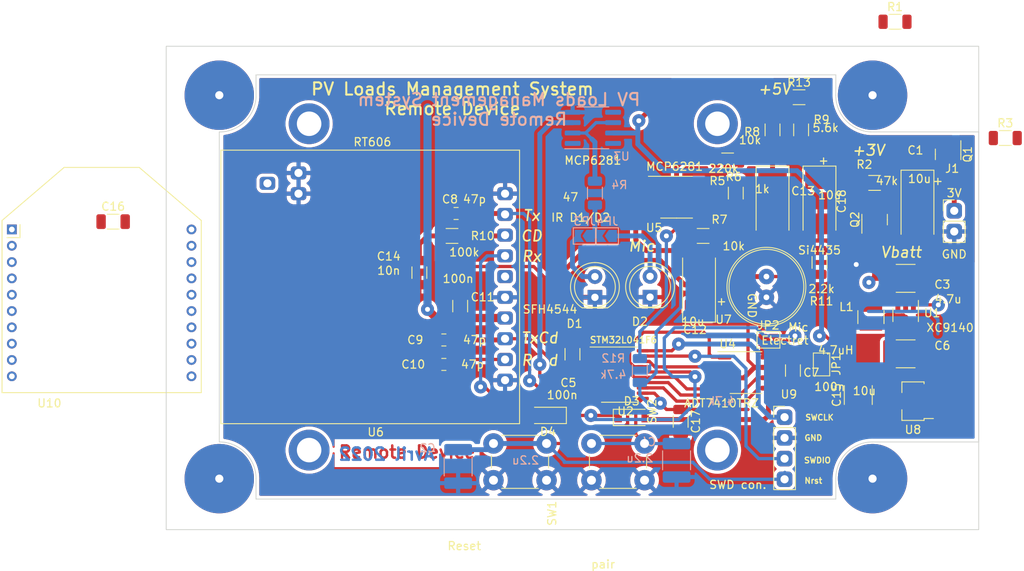
<source format=kicad_pcb>
(kicad_pcb (version 20211014) (generator pcbnew)
  (layers (0 "F.Cu" signal) (31 "B.Cu" signal) (34 "B.Paste" user) (35 "F.Paste" user) (36 "B.SilkS" user "B.Silkscreen") (37 "F.SilkS" user "F.Silkscreen") (38 "B.Mask" user) (39 "F.Mask" user) (44 "Edge.Cuts" user))
  (net 0 "")
  (net 1 "+3V0")
  (net 2 "GND")
  (net 3 "/Reset")
  (net 4 "/Vbatt")
  (net 5 "+5V")
  (net 6 "/UserBP")
  (net 7 "/DataIn")
  (net 8 "/TxCmde")
  (net 9 "/RxCmde")
  (net 10 "/MiC")
  (net 11 "/MIC_InAOP")
  (net 12 "/CarrierDetect")
  (net 13 "/VtGND")
  (net 14 "/LED_Top")
  (net 15 "/LED_Side")
  (net 16 "/SWCLK")
  (net 17 "/SWDIO")
  (net 18 "/LED")
  (net 19 "/Lx")
  (net 20 "/BoostEn")
  (net 21 "/Out_LED")
  (net 22 "/CR_AOP")
  (net 23 "/MicroPhone")
  (net 24 "/CD")
  (net 25 "/CT")
  (net 26 "/INT")
  (net 27 "/CmdeLED_IR")
  (net 28 "/DataOut")
  (net 29 "/SCL")
  (net 30 "/SDA")
  (net 39 "/pile")
  (net 40 "VDD")
  (net 41 "/Pwr_ADT7410")
  (net 42 "+3V3")
  (net 43 "Net-(C18-Pad1)")
  (net 44 "Net-(R12-Pad1)")
  (footprint "LibKiCad_PjtDeviceManagePV:SW" (layer "F.Cu") (at 64.75 110.5 180)
    (fp_text reference "SW1")
    (fp_text value "BP")
  )
  (footprint "Package_TO_SOT_SMD:SOT-23" (layer "F.Cu") (at 108.25 80.75 90)
    (fp_text reference "Q2")
    (fp_text value "Q_PMOS_GSD")
  )
  (footprint "Capacitor_Tantalum_SMD:CP_EIA-7132-20_AVX-U" (layer "F.Cu") (at 113.5 79 -90)
    (fp_text reference "C1")
    (fp_text value "10u")
  )
  (footprint "Jumper:SolderJumper-2_P1.3mm_Open_TrianglePad1.0x1.5mm" (layer "F.Cu") (at 95.25 95.5)
    (fp_text reference "JP2")
    (fp_text value "SolderJumper_2_Open")
  )
  (footprint "Jumper:SolderJumper-2_P1.3mm_Open_TrianglePad1.0x1.5mm" (layer "F.Cu") (at 101.75 98.5 -90)
    (fp_text reference "JP1")
    (fp_text value "SolderJumper_2_Open")
  )
  (footprint "LibKiCad_PjtDeviceManagePV:PinHeader2pts" (layer "F.Cu") (at 118 82.27)
    (fp_text reference "J1")
    (fp_text value "Alim")
  )
  (footprint "Capacitor_SMD:C_1206_3216Metric" (layer "F.Cu") (at 57.5 91.35 90)
    (fp_text reference "C11")
    (fp_text value "100n")
  )
  (footprint "Package_TO_SOT_SMD:SOT-23" (layer "F.Cu") (at 117.25 72.75 -90)
    (fp_text reference "Q1")
    (fp_text value "Q_PMOS_GSD")
  )
  (footprint "Resistor_SMD:R_1206_3216Metric" (layer "F.Cu") (at 99 65.75)
    (fp_text reference "R13")
    (fp_text value "2.2k")
  )
  (footprint "LibKiCad_INSA:XBEE-3-TH" (layer "F.Cu") (at 1.395 101.955)
    (fp_text reference "U10")
    (fp_text value "XBEE-3")
  )
  (footprint "Diode_SMD:D_SOD-123" (layer "F.Cu") (at 78.5 105)
    (fp_text reference "D3")
    (fp_text value "BAT43W-V")
  )
  (footprint "LED_THT:LED_D5.0mm_IRGrey" (layer "F.Cu") (at 80.75 90.25 90)
    (fp_text reference "D2")
    (fp_text value "SFH4544")
  )
  (footprint "Package_SO:SOIC-8_3.9x4.9mm_P1.27mm" (layer "F.Cu") (at 84 78)
    (fp_text reference "U5")
    (fp_text value "MCP6281")
  )
  (footprint "Resistor_SMD:R_1206_3216Metric" (layer "F.Cu") (at 124.25 70.75)
    (fp_text reference "R3")
    (fp_text value "10k")
  )
  (footprint "Capacitor_SMD:C_1206_3216Metric" (layer "F.Cu") (at 71.25 97.25 90)
    (fp_text reference "C5")
    (fp_text value "100n")
  )
  (footprint "Capacitor_SMD:C_1206_3216Metric" (layer "F.Cu") (at 52.5 87.25 -90)
    (fp_text reference "C14")
    (fp_text value "10n")
  )
  (footprint "Inductor_SMD:L_Abracon_ASPI-3012S" (layer "F.Cu") (at 107.8 92.7 90)
    (fp_text reference "L1")
    (fp_text value "4.7u")
  )
  (footprint "Capacitor_SMD:C_1206_3216Metric" (layer "F.Cu") (at 84.5 105.5 -90)
    (fp_text reference "C17")
    (fp_text value "10n")
  )
  (footprint "Capacitor_SMD:C_0805_2012Metric" (layer "F.Cu") (at 55.5 95.5 180)
    (fp_text reference "C9")
    (fp_text value "47p")
  )
  (footprint "Capacitor_SMD:C_1206_3216Metric" (layer "F.Cu") (at 98.25 99.25 -90)
    (fp_text reference "C7")
    (fp_text value "100n")
  )
  (footprint "Capacitor_Tantalum_SMD:CP_EIA-7132-20_AVX-U" (layer "F.Cu") (at 101.5 78.5 -90)
    (fp_text reference "C18")
    (fp_text value "10u")
  )
  (footprint "Package_SO:TSSOP-20_4.4x6.5mm_P0.65mm" (layer "F.Cu") (at 77 99.75)
    (fp_text reference "U2")
    (fp_text value "STM32L041F6Px")
  )
  (footprint "Resistor_SMD:R_1206_3216Metric" (layer "F.Cu") (at 110.75 56.5)
    (fp_text reference "R1")
    (fp_text value "10k")
  )
  (footprint "Capacitor_SMD:C_1812_4532Metric" (layer "F.Cu") (at 112.05 97.2)
    (fp_text reference "C6")
    (fp_text value "10u")
  )
  (footprint "Resistor_SMD:R_1206_3216Metric" (layer "F.Cu") (at 87.25 82.75)
    (fp_text reference "R7")
    (fp_text value "10k")
  )
  (footprint "Resistor_SMD:R_1206_3216Metric" (layer "F.Cu") (at 90.25 73.5 180)
    (fp_text reference "R6")
    (fp_text value "1k")
  )
  (footprint "Resistor_SMD:R_1206_3216Metric" (layer "F.Cu") (at 108.25 76.25 180)
    (fp_text reference "R2")
    (fp_text value "47k")
  )
  (footprint "Capacitor_SMD:C_0805_2012Metric" (layer "F.Cu") (at 57 80 180)
    (fp_text reference "C8")
    (fp_text value "47p")
  )
  (footprint "Resistor_SMD:R_1206_3216Metric" (layer "F.Cu") (at 91.25 77.5 -90)
    (fp_text reference "R5")
    (fp_text value "220k")
  )
  (footprint "Package_SO:SOP-8_3.9x4.9mm_P1.27mm" (layer "F.Cu") (at 92.5 99.5)
    (fp_text reference "U4")
    (fp_text value "ADT7410TRZ")
  )
  (footprint "Capacitor_Tantalum_SMD:CP_EIA-7132-20_AVX-U" (layer "F.Cu") (at 86.75 89 90)
    (fp_text reference "C12")
    (fp_text value "10u")
  )
  (footprint "Diode_SMD:D_SOD-123" (layer "F.Cu") (at 68.25 104.75 180)
    (fp_text reference "D4")
    (fp_text value "BAT43W-V")
  )
  (footprint "Capacitor_SMD:C_1206_3216Metric" (layer "F.Cu") (at 15 81)
    (fp_text reference "C16")
    (fp_text value "100n")
  )
  (footprint "Resistor_SMD:R_1206_3216Metric" (layer "F.Cu") (at 99.25 69.75 90)
    (fp_text reference "R9")
    (fp_text value "5.6k")
  )
  (footprint "Capacitor_SMD:C_1812_4532Metric" (layer "F.Cu") (at 106.25 102.25 90)
    (fp_text reference "C15")
    (fp_text value "10u")
  )
  (footprint "Capacitor_Tantalum_SMD:CP_EIA-7132-20_AVX-U" (layer "F.Cu") (at 95.75 78.5 -90)
    (fp_text reference "C13")
    (fp_text value "10u")
  )
  (footprint "LED_THT:LED_D5.0mm_IRGrey" (layer "F.Cu") (at 74 90.275 90)
    (fp_text reference "D1")
    (fp_text value "SFH4544")
  )
  (footprint "LibKiCad_PjtDeviceManagePV:RT606" (layer "F.Cu") (at 47.5 89)
    (fp_text reference "U6")
    (fp_text value "RT606")
  )
  (footprint "LibKiCad_PjtDeviceManagePV:SW" (layer "F.Cu") (at 76.75 110.5 180)
    (fp_text reference "SW2")
    (fp_text value "BP")
  )
  (footprint "Capacitor_SMD:C_1812_4532Metric" (layer "F.Cu") (at 112.05 87.95)
    (fp_text reference "C3")
    (fp_text value "4.7u")
  )
  (footprint "Package_TO_SOT_SMD:SOT-23-5" (layer "F.Cu") (at 112.05 92.45 -90)
    (fp_text reference "U1")
    (fp_text value "XC9140")
  )
  (footprint "Capacitor_SMD:C_0805_2012Metric" (layer "F.Cu") (at 55.5 98.5 180)
    (fp_text reference "C10")
    (fp_text value "47p")
  )
  (footprint "Resistor_SMD:R_1206_3216Metric" (layer "F.Cu") (at 56.5 82.75)
    (fp_text reference "R10")
    (fp_text value "100k")
  )
  (footprint "Package_TO_SOT_SMD:SOT-89-3_Handsoldering" (layer "F.Cu") (at 113.25 103 180)
    (fp_text reference "U8")
    (fp_text value "LD2981CU33")
  )
  (footprint "Resistor_SMD:R_1206_3216Metric" (layer "F.Cu") (at 95.75 69.75 -90)
    (fp_text reference "R8")
    (fp_text value "10k")
  )
  (footprint "Resistor_SMD:R_1206_3216Metric" (layer "F.Cu") (at 101.5 86 -90)
    (fp_text reference "R11")
    (fp_text value "2.2k")
  )
  (footprint "LibKiCad_PjtDeviceManagePV:Microphone" (layer "F.Cu") (at 95 89 -90)
    (fp_text reference "U7")
    (fp_text value "Microphone")
  )
  (footprint "LibKiCad_PjtDeviceManagePV:PinHeader4pts" (layer "F.Cu") (at 97.5 107.75)
    (fp_text reference "U9")
    (fp_text value "Con_4pts")
  )
  (footprint "Jumper:SolderJumper-2_P1.3mm_Open_TrianglePad1.0x1.5mm" (layer "B.Cu") (at 72.75 82.75 180)
    (fp_text reference "JP3")
    (fp_text value "SolderJumper_2_Open")
  )
  (footprint "Resistor_SMD:R_1206_3216Metric" (layer "B.Cu") (at 79.5 99.25 -90)
    (fp_text reference "R12")
    (fp_text value "4.7k")
  )
  (footprint "Capacitor_SMD:C_1812_4532Metric" (layer "B.Cu") (at 84 110.25 -90)
    (fp_text reference "C4")
    (fp_text value "2.2u")
  )
  (footprint "Package_SO:SOIC-8_3.9x4.9mm_P1.27mm" (layer "B.Cu") (at 73.75 69.5)
    (fp_text reference "U3")
    (fp_text value "MCP6281")
  )
  (footprint "Jumper:SolderJumper-2_P1.3mm_Open_TrianglePad1.0x1.5mm" (layer "B.Cu") (at 75.475 82.75 180)
    (fp_text reference "JP4")
    (fp_text value "SolderJumper_2_Open")
  )
  (footprint "Resistor_SMD:R_1206_3216Metric" (layer "B.Cu") (at 74 77.5 90)
    (fp_text reference "R4")
    (fp_text value "47")
  )
  (footprint "Capacitor_SMD:C_1812_4532Metric" (layer "B.Cu") (at 57.25 111 -90)
    (fp_text reference "C2")
    (fp_text value "2.2u")
  )
  (gr_line (start 103.5 63) (end 103.493061 65.5) (layer "Edge.Cuts") (width 0.1))
  (gr_line (start 32.5 115) (end 32.5 112.5) (layer "Edge.Cuts") (width 0.1))
  (gr_line (start 121 70) (end 121 108) (layer "Edge.Cuts") (width 0.1))
  (gr_line (start 28 70.006939) (end 28 108) (layer "Edge.Cuts") (width 0.1))
  (gr_poly (pts (xy 121 118.75) (xy 21.5 118.75) (xy 21.5 59.5) (xy 121 59.5)) (layer "Edge.Cuts") (width 0.1) (fill none))
  (gr_arc (start 28 108) (mid 31.181981 109.318019) (end 32.5 112.5) (layer "Edge.Cuts") (width 0.1))
  (gr_arc (start 32.5 65.75) (mid 31.097021 68.773853) (end 28 70.006939) (layer "Edge.Cuts") (width 0.1))
  (gr_line (start 121 108) (end 108 108) (layer "Edge.Cuts") (width 0.1))
  (gr_line (start 103.5 112.5) (end 103.5 115) (layer "Edge.Cuts") (width 0.1))
  (gr_line (start 107.75 70) (end 121 70) (layer "Edge.Cuts") (width 0.1))
  (gr_arc (start 107.75 70) (mid 104.725917 68.597238) (end 103.493061 65.5) (layer "Edge.Cuts") (width 0.1))
  (gr_line (start 32.5 63) (end 103.5 63) (layer "Edge.Cuts") (width 0.1))
  (gr_line (start 32.5 65.75) (end 32.5 63) (layer "Edge.Cuts") (width 0.1))
  (gr_arc (start 103.5 112.5) (mid 104.818019 109.318019) (end 108 108) (layer "Edge.Cuts") (width 0.1))
  (gr_line (start 103.5 115) (end 32.5 115) (layer "Edge.Cuts") (width 0.1))
  (gr_text "Remote Device" (at 51 109.25) (layer "F.Cu") (effects (font (size 1.5 1.5) (thickness 0.3))))
  (gr_text "Avril 2022" (at 48.5 109.5) (layer "B.Cu") (effects (font (size 1.5 1.5) (thickness 0.3)) (justify mirror)))
  (gr_text "2.2u" (at 65.5 110.25) (layer "B.SilkS") (effects (font (size 1 1)) (justify mirror)))
  (gr_text "2.2u" (at 79.5 110) (layer "B.SilkS") (effects (font (size 1 1)) (justify mirror)))
  (gr_text "4.7k" (at 76.25 99.75) (layer "B.SilkS") (effects (font (size 1 1)) (justify mirror)))
  (gr_text "4.7k" (at 89.5 103) (layer "B.SilkS") (effects (font (size 1 1)) (justify mirror)))
  (gr_text "PV Loads Management System\nRemote Device" (at 62.25 67.25) (layer "B.SilkS") (effects (font (size 1.5 1.5) (thickness 0.25)) (justify mirror)))
  (gr_text "GND\n" (at 118 85) (layer "F.SilkS") (effects (font (size 1 1))))
  (gr_text "ADT7410TRZ" (at 89.5 103.25) (layer "F.SilkS") (effects (font (size 1 1))))
  (gr_text "47k" (at 109.75 76) (layer "F.SilkS") (effects (font (size 1 1))))
  (gr_text "10k" (at 93 71) (layer "F.SilkS") (effects (font (size 1 1))))
  (gr_text "Tx" (at 66.25 80.25) (layer "F.SilkS") (effects (font (size 1.3 1.3) (thickness 0.2) italic)))
  (gr_text "47p" (at 59.25 95.5) (layer "F.SilkS") (effects (font (size 1 1))))
  (gr_text "1k" (at 94.5 77) (layer "F.SilkS") (effects (font (size 1 1))))
  (gr_text "PV Loads Management System\nRemote Device" (at 56.55 65.95) (layer "F.SilkS") (effects (font (size 1.5 1.5) (thickness 0.25))))
  (gr_text "100n\n" (at 102.75 101.25) (layer "F.SilkS") (effects (font (size 1 1))))
  (gr_text "Reset" (at 58 120.75) (layer "F.SilkS") (effects (font (size 1 1))))
  (gr_text "+5V" (at 96 64.75) (layer "F.SilkS") (effects (font (size 1.3 1.3) (thickness 0.2) italic)))
  (gr_text "5.6k" (at 102.25 69.5) (layer "F.SilkS") (effects (font (size 1 1))))
  (gr_text "Si4435" (at 101.5 84.5) (layer "F.SilkS") (effects (font (size 1 1))))
  (gr_text "MCP6281" (at 83.75 74.25) (layer "F.SilkS") (effects (font (size 1 1))))
  (gr_text "4.7u" (at 117.25 90.5) (layer "F.SilkS") (effects (font (size 1 1))))
  (gr_text "+" (at 102 73.5) (layer "F.SilkS") (effects (font (size 1 1))))
  (gr_text "R  d" (at 67.25 98) (layer "F.SilkS") (effects (font (size 1.3 1.3) (thickness 0.2) italic)))
  (gr_text "+" (at 89.5 90.75) (layer "F.SilkS") (effects (font (size 1 1))))
  (gr_text "10u" (at 86 93.25) (layer "F.SilkS") (effects (font (size 1 1))))
  (gr_text "SWCLK" (at 101.5 105) (layer "F.SilkS") (effects (font (size 0.7 0.7))))
  (gr_text "SFH4544" (at 68.5 91.75) (layer "F.SilkS") (effects (font (size 1 1))))
  (gr_text "100k\n" (at 58 84.75) (layer "F.SilkS") (effects (font (size 1 1))))
  (gr_text "10u" (at 107 101.75) (layer "F.SilkS") (effects (font (size 1 1))))
  (gr_text "Vbatt" (at 111.5 84.75) (layer "F.SilkS") (effects (font (size 1.3 1.3) (thickness 0.2) italic)))
  (gr_text "SWDIO" (at 101.25 110.25) (layer "F.SilkS") (effects (font (size 0.7 0.7))))
  (gr_text "3V" (at 118 77.5) (layer "F.SilkS") (effects (font (size 1 1))))
  (gr_text "RT606" (at 46.75 71.25) (layer "F.SilkS") (effects (font (size 1 1))))
  (gr_text "10n" (at 48.75 87) (layer "F.SilkS") (effects (font (size 1 1))))
  (gr_text "10k" (at 91 84) (layer "F.SilkS") (effects (font (size 1 1))))
  (gr_text "220k" (at 89.75 74.5) (layer "F.SilkS") (effects (font (size 1 1))))
  (gr_text "2.2k\n" (at 101.75 89.25) (layer "F.SilkS") (effects (font (size 1 1))))
  (gr_text "Mic\nElectret" (at 100.25 94.75) (layer "F.SilkS") (effects (font (size 1 1)) (justify right)))
  (gr_text "XC9140" (at 117.5 94) (layer "F.SilkS") (effects (font (size 1 1))))
  (gr_text "CD" (at 66.25 82.75) (layer "F.SilkS") (effects (font (size 1.3 1.3) (thickness 0.2) italic)))
  (gr_text "SWD con." (at 91.5 113.25) (layer "F.SilkS") (effects (font (size 1 1))))
  (gr_text "100n" (at 57.25 88) (layer "F.SilkS") (effects (font (size 1 1))))
  (gr_text "Mic" (at 79.75 84) (layer "F.SilkS") (effects (font (size 1.3 1.3) (thickness 0.2) italic)))
  (gr_text "TxCd" (at 67.25 95.25) (layer "F.SilkS") (effects (font (size 1.3 1.3) (thickness 0.2) italic)))
  (gr_text "Nrst" (at 100.75 112.75) (layer "F.SilkS") (effects (font (size 0.7 0.7))))
  (gr_text "IR D1/D2" (at 72.25 80.5) (layer "F.SilkS") (effects (font (size 1 1))))
  (gr_text "+" (at 116 76) (layer "F.SilkS") (effects (font (size 1 1)) (justify mirror)))
  (gr_text "47" (at 71 78) (layer "F.SilkS") (effects (font (size 1 1))))
  (gr_text "Rx" (at 66.25 85.25) (layer "F.SilkS") (effects (font (size 1.3 1.3) (thickness 0.2) italic)))
  (gr_text "100n" (at 70 102.25) (layer "F.SilkS") (effects (font (size 1 1))))
  (gr_text "10u" (at 113.75 75.75) (layer "F.SilkS") (effects (font (size 1 1))))
  (gr_text "GND\n" (at 100.75 107.5) (layer "F.SilkS") (effects (font (size 0.7 0.7))))
  (gr_text "10u" (at 102.75 77.75) (layer "F.SilkS") (effects (font (size 1 1))))
  (gr_text "STM32L041F6" (at 77.5 95.5) (layer "F.SilkS") (effects (font (size 0.8 0.8))))
  (gr_text "47p" (at 59 98.5) (layer "F.SilkS") (effects (font (size 1 1))))
  (gr_text "MCP6281" (at 73.75 73.5) (layer "F.SilkS") (effects (font (size 1 1))))
  (gr_text "+3V" (at 107.5 72.25) (layer "F.SilkS") (effects (font (size 1.3 1.3) (thickness 0.2) italic)))
  (gr_text "pair" (at 75 123) (layer "F.SilkS") (effects (font (size 1 1))))
  (gr_text "4.7uH" (at 103.5 96.75) (layer "F.SilkS") (effects (font (size 1 1))))
  (gr_text "47p" (at 59.25 78.25) (layer "F.SilkS") (effects (font (size 1 1))))
  (via locked (at 39 109) (size 5) (drill 3) (layers "F.Cu" "B.Cu") (net 0))
  (via (at 108 112.5) (size 8.5) (drill 1) (layers "F.Cu" "B.Cu") (net 0))
  (via locked (at 89 109) (size 5) (drill 3) (layers "F.Cu" "B.Cu") (net 0))
  (via (at 28 112.5) (size 8.5) (drill 1) (layers "F.Cu" "B.Cu") (net 0))
  (via locked (at 89 69) (size 5) (drill 3) (layers "F.Cu" "B.Cu") (net 0))
  (via (at 28 65.5) (size 8.5) (drill 1) (layers "F.Cu" "B.Cu") (net 0))
  (via locked (at 39 69) (size 5) (drill 3) (layers "F.Cu" "B.Cu") (net 0))
  (via (at 108 65.5) (size 8.5) (drill 1) (layers "F.Cu" "B.Cu") (net 0))
  (segment (start 118 79.6665) (end 118 76.5) (width 0.6) (layer "F.Cu") (net 1))
  (segment (start 118 76.5) (end 117.25 75.75) (width 0.6) (layer "F.Cu") (net 1))
  (segment (start 117.25 75.75) (end 117.25 73.6875) (width 0.6) (layer "F.Cu") (net 1))
  (segment (start 89.875 100.135) (end 89.875 101.405) (width 0.4) (layer "F.Cu") (net 2))
  (segment (start 78.825 100.075) (end 79.8625 100.075) (width 0.4) (layer "F.Cu") (net 2))
  (segment (start 106.25 96.5) (end 104.75 95) (width 0.6) (layer "F.Cu") (net 2))
  (segment (start 92.25 100.15) (end 89.99 100.15) (width 0.6) (layer "F.Cu") (net 2))
  (segment (start 95.125 98.865) (end 93.635 98.865) (width 0.6) (layer "F.Cu") (net 2))
  (segment (start 71.975 90.275) (end 74 90.275) (width 0.6) (layer "F.Cu") (net 2))
  (segment (start 75.575 96.825) (end 78.825 100.075) (width 0.4) (layer "F.Cu") (net 2))
  (segment (start 104.75 95) (end 104.75 87.5) (width 0.6) (layer "F.Cu") (net 2))
  (segment (start 85.25 101.5) (end 89.78 101.5) (width 0.4) (layer "F.Cu") (net 2))
  (segment (start 83.825 100.075) (end 85.25 101.5) (width 0.4) (layer "F.Cu") (net 2))
  (segment (start 118.25 102.5) (end 118.25 98) (width 0.6) (layer "F.Cu") (net 2))
  (segment (start 74.1375 96.1375) (end 73.75 95.75) (width 0.4) (layer "F.Cu") (net 2))
  (segment (start 93.535 98.865) (end 93.635 98.865) (width 0.6) (layer "F.Cu") (net 2))
  (segment (start 118.25 98) (end 117.45 97.2) (width 0.6) (layer "F.Cu") (net 2))
  (segment (start 74.1375 96.825) (end 74.1375 96.1375) (width 0.4) (layer "F.Cu") (net 2))
  (segment (start 74.1375 96.825) (end 75.575 96.825) (width 0.4) (layer "F.Cu") (net 2))
  (segment (start 115.3125 103) (end 117.75 103) (width 0.6) (layer "F.Cu") (net 2))
  (segment (start 71.275 95.75) (end 71.25 95.775) (width 0.4) (layer "F.Cu") (net 2))
  (segment (start 95 90.27) (end 92.75 92.52) (width 0.4) (layer "F.Cu") (net 2))
  (segment (start 71.25 91) (end 71.975 90.275) (width 0.6) (layer "F.Cu") (net 2))
  (segment (start 95.75 81.275) (end 101.5 81.275) (width 0.6) (layer "F.Cu") (net 2))
  (segment (start 89.78 101.5) (end 89.875 101.405) (width 0.4) (layer "F.Cu") (net 2))
  (segment (start 117.45 97.2) (end 114.1 97.2) (width 0.6) (layer "F.Cu") (net 2))
  (segment (start 117.75 103) (end 118.25 102.5) (width 0.6) (layer "F.Cu") (net 2))
  (segment (start 112.05 88.7) (end 112.05 91.3125) (width 0.6) (layer "F.Cu") (net 2))
  (segment (start 104.75 87.5) (end 106 86.25) (width 0.6) (layer "F.Cu") (net 2))
  (segment (start 79.8625 100.075) (end 83.825 100.075) (width 0.4) (layer "F.Cu") (net 2))
  (segment (start 92.75 92.52) (end 92.75 97.98) (width 0.4) (layer "F.Cu") (net 2))
  (segment (start 71.25 95.775) (end 71.25 91) (width 0.6) (layer "F.Cu") (net 2))
  (segment (start 114.1 87.95) (end 112.8 87.95) (width 0.6) (layer "F.Cu") (net 2))
  (segment (start 92.75 97.98) (end 93.635 98.865) (width 0.4) (layer "F.Cu") (net 2))
  (segment (start 73.75 95.75) (end 71.275 95.75) (width 0.4) (layer "F.Cu") (net 2))
  (segment (start 106.25 100.2) (end 106.25 96.5) (width 0.6) (layer "F.Cu") (net 2))
  (segment (start 92.25 100.15) (end 93.535 98.865) (width 0.6) (layer "F.Cu") (net 2))
  (segment (start 112.8 87.95) (end 112.05 88.7) (width 0.6) (layer "F.Cu") (net 2))
  (via (at 106 86.25) (size 1.6) (drill 0.6) (layers "F.Cu" "B.Cu") (net 2))
  (segment (start 63 100.436) (end 62.994 100.43) (width 0.6) (layer "B.Cu") (net 2))
  (segment (start 62.994 100.43) (end 62.994 100.994) (width 0.6) (layer "B.Cu") (net 2))
  (segment (start 63.32 100.43) (end 62.994 100.43) (width 0.6) (layer "B.Cu") (net 2))
  (segment (start 76.025 98.775) (end 78 100.75) (width 0.4) (layer "F.Cu") (net 3))
  (segment (start 70.06 108.19) (end 68.076 108.19) (width 0.4) (layer "F.Cu") (net 3))
  (segment (start 78 100.75) (end 78 105.75) (width 0.4) (layer "F.Cu") (net 3))
  (segment (start 78 105.75) (end 77.5 106.25) (width 0.4) (layer "F.Cu") (net 3))
  (segment (start 74.1375 98.775) (end 76.025 98.775) (width 0.4) (layer "F.Cu") (net 3))
  (segment (start 77.5 106.25) (end 72 106.25) (width 0.4) (layer "F.Cu") (net 3))
  (segment (start 72 106.25) (end 70.06 108.19) (width 0.4) (layer "F.Cu") (net 3))
  (segment (start 86 110.5) (end 70.25 110.5) (width 0.4) (layer "B.Cu") (net 3))
  (segment (start 60.816 108.95) (end 61.576 108.19) (width 0.6) (layer "B.Cu") (net 3))
  (segment (start 70.25 110.5) (end 70.25 110.364) (width 0.4) (layer "B.Cu") (net 3))
  (segment (start 88.076 112.576) (end 86 110.5) (width 0.4) (layer "B.Cu") (net 3))
  (segment (start 67.75 108.516) (end 68.076 108.19) (width 0.6) (layer "B.Cu") (net 3))
  (segment (start 97.2265 111.75) (end 97.25 111.7265) (width 0.4) (layer "B.Cu") (net 3))
  (segment (start 61.576 108.19) (end 68.076 108.19) (width 0.6) (layer "B.Cu") (net 3))
  (segment (start 97.224 112.576) (end 88.076 112.576) (width 0.4) (layer "B.Cu") (net 3))
  (segment (start 70.25 110.364) (end 68.076 108.19) (width 0.4) (layer "B.Cu") (net 3))
  (segment (start 57.25 108.95) (end 60.816 108.95) (width 0.6) (layer "B.Cu") (net 3))
  (segment (start 108.25 87.75) (end 107.55 88.45) (width 0.6) (layer "F.Cu") (net 4))
  (segment (start 111.05 91.3625) (end 111.1 91.3125) (width 0.4) (layer "F.Cu") (net 4))
  (segment (start 113 91.3125) (end 113.1125 91.2) (width 0.4) (layer "F.Cu") (net 4))
  (segment (start 113.05 91.3625) (end 113 91.3125) (width 0.4) (layer "F.Cu") (net 4))
  (segment (start 110 87.95) (end 108.05 87.95) (width 0.6) (layer "F.Cu") (net 4))
  (segment (start 108.05 87.95) (end 107.55 88.45) (width 0.6) (layer "F.Cu") (net 4))
  (segment (start 108.25 79.8125) (end 108.25 87.75) (width 0.6) (layer "F.Cu") (net 4))
  (segment (start 107.8 91.55) (end 108.6625 91.55) (width 0.6) (layer "F.Cu") (net 4))
  (segment (start 113.1125 91.2) (end 116.05 91.2) (width 0.4) (layer "F.Cu") (net 4))
  (via (at 107.55 88.45) (size 1.6) (drill 0.6) (layers "F.Cu" "B.Cu") (net 4))
  (via (at 116.05 91.2) (size 1.6) (drill 0.6) (layers "F.Cu" "B.Cu") (net 4))
  (segment (start 115 92) (end 107.5 92) (width 0.4) (layer "B.Cu") (net 4))
  (segment (start 116 93) (end 115 92) (width 0.4) (layer "B.Cu") (net 4))
  (segment (start 116 94.75) (end 116 93) (width 0.4) (layer "B.Cu") (net 4))
  (segment (start 57.665 92.81) (end 57.5 92.975) (width 0.6) (layer "F.Cu") (net 5))
  (segment (start 115.4 101.5) (end 115.4 100.9) (width 0.6) (layer "F.Cu") (net 5))
  (segment (start 110 99.5) (end 110 97.2) (width 0.6) (layer "F.Cu") (net 5))
  (segment (start 110.75 100.25) (end 110 99.5) (width 0.6) (layer "F.Cu") (net 5))
  (segment (start 57.5 92.825) (end 54.575 92.825) (width 1) (layer "F.Cu") (net 5))
  (segment (start 110 96.5) (end 111.1 95.4) (width 0.6) (layer "F.Cu") (net 5))
  (segment (start 115.4 100.9) (end 114.75 100.25) (width 0.6) (layer "F.Cu") (net 5))
  (segment (start 62.994 92.81) (end 57.665 92.81) (width 1) (layer "F.Cu") (net 5))
  (segment (start 111.1 95.4) (end 111.1 93.5875) (width 0.6) (layer "F.Cu") (net 5))
  (segment (start 54.575 92.825) (end 53.5 91.75) (width 1) (layer "F.Cu") (net 5))
  (segment (start 110 97.2) (end 110 96.5) (width 0.6) (layer "F.Cu") (net 5))
  (segment (start 114.75 100.25) (end 110.75 100.25) (width 0.6) (layer "F.Cu") (net 5))
  (via (at 53.5 91.75) (size 1.6) (drill 0.6) (layers "F.Cu" "B.Cu") (net 5))
  (segment (start 53.5 91.75) (end 53.5 67) (width 1) (layer "B.Cu") (net 5))
  (segment (start 79.8625 102.675) (end 79 103.5375) (width 0.4) (layer "F.Cu") (net 6))
  (segment (start 79 103.5375) (end 79 107.114) (width 0.4) (layer "F.Cu") (net 6))
  (segment (start 79 107.114) (end 80.076 108.19) (width 0.4) (layer "F.Cu") (net 6))
  (segment (start 80.086 108.2) (end 80.076 108.19) (width 0.4) (layer "B.Cu") (net 6))
  (segment (start 84 108.2) (end 80.086 108.2) (width 0.4) (layer "B.Cu") (net 6))
  (segment (start 73.576 108.19) (end 80.076 108.19) (width 0.4) (layer "B.Cu") (net 6))
  (segment (start 67.125 101.375) (end 66.25 100.5) (width 0.4) (layer "F.Cu") (net 7))
  (segment (start 57.95 80) (end 62.884 80) (width 0.6) (layer "F.Cu") (net 7))
  (segment (start 66.25 100.5) (end 66 100.5) (width 0.4) (layer "F.Cu") (net 7))
  (segment (start 62.884 80) (end 62.994 80.11) (width 0.6) (layer "F.Cu") (net 7))
  (segment (start 74.1375 101.375) (end 67.125 101.375) (width 0.4) (layer "F.Cu") (net 7))
  (via (at 66 100.5) (size 1.6) (drill 0.6) (layers "F.Cu" "B.Cu") (net 7))
  (segment (start 63.104 80) (end 62.994 80.11) (width 0.4) (layer "B.Cu") (net 7))
  (segment (start 66 80.75) (end 65.25 80) (width 0.4) (layer "B.Cu") (net 7))
  (segment (start 66 100.5) (end 66 80.75) (width 0.4) (layer "B.Cu") (net 7))
  (segment (start 63.104 80) (end 65.25 80) (width 0.4) (layer "B.Cu") (net 7))
  (segment (start 56.45 95.5) (end 62.844 95.5) (width 0.6) (layer "F.Cu") (net 8))
  (segment (start 69.15215 99.40215) (end 69.825 100.075) (width 0.4) (layer "F.Cu") (net 8))
  (segment (start 62.844 95.5) (end 62.994 95.35) (width 0.6) (layer "F.Cu") (net 8))
  (segment (start 69.825 100.075) (end 74.1375 100.075) (width 0.4) (layer "F.Cu") (net 8))
  (segment (start 69.15215 98.5) (end 69.15215 99.40215) (width 0.4) (layer "F.Cu") (net 8))
  (segment (start 66.00215 95.35) (end 69.15215 98.5) (width 0.4) (layer "F.Cu") (net 8))
  (segment (start 62.994 95.35) (end 66.00215 95.35) (width 0.4) (layer "F.Cu") (net 8))
  (segment (start 58.925 102.675) (end 58.25 102) (width 0.4) (layer "F.Cu") (net 9))
  (segment (start 58.25 102) (end 58.25 98.5) (width 0.4) (layer "F.Cu") (net 9))
  (segment (start 58.25 98.5) (end 58.86 97.89) (width 0.4) (layer "F.Cu") (net 9))
  (segment (start 56.45 98.5) (end 58.25 98.5) (width 0.4) (layer "F.Cu") (net 9))
  (segment (start 58.86 97.89) (end 62.994 97.89) (width 0.4) (layer "F.Cu") (net 9))
  (segment (start 74.1375 102.675) (end 58.925 102.675) (width 0.4) (layer "F.Cu") (net 9))
  (segment (start 92.02 87.73) (end 87.975 91.775) (width 0.6) (layer "F.Cu") (net 10))
  (segment (start 95 87.73) (end 100.98 87.73) (width 0.4) (layer "F.Cu") (net 10))
  (segment (start 95 87.73) (end 92.02 87.73) (width 0.6) (layer "F.Cu") (net 10))
  (segment (start 87.975 91.775) (end 86.75 91.775) (width 0.6) (layer "F.Cu") (net 10))
  (segment (start 79 83.25) (end 80.2875 84.5375) (width 0.6) (layer "F.Cu") (net 11))
  (segment (start 85.7875 85.2625) (end 86.75 86.225) (width 0.6) (layer "F.Cu") (net 11))
  (segment (start 81.525 78.635) (end 79.865 78.635) (width 0.6) (layer "F.Cu") (net 11))
  (segment (start 80.2875 84.5375) (end 85.7875 84.5375) (width 0.6) (layer "F.Cu") (net 11))
  (segment (start 79 79.5) (end 79 83.25) (width 0.6) (layer "F.Cu") (net 11))
  (segment (start 85.7875 84.5375) (end 85.7875 85.2625) (width 0.6) (layer "F.Cu") (net 11))
  (segment (start 79.865 78.635) (end 79 79.5) (width 0.6) (layer "F.Cu") (net 11))
  (segment (start 85.7875 82.75) (end 85.7875 84.5375) (width 0.6) (layer "F.Cu") (net 11))
  (segment (start 52.5 83.75) (end 53.5 82.75) (width 0.6) (layer "F.Cu") (net 12))
  (segment (start 52.5 85.775) (end 52.5 83.75) (width 0.6) (layer "F.Cu") (net 12))
  (segment (start 67.75 95.75) (end 67.75 87.75) (width 0.4) (layer "F.Cu") (net 12))
  (segment (start 55 82.7875) (end 55 85.75) (width 0.4) (layer "F.Cu") (net 12))
  (segment (start 55.75 86.5) (end 66.5 86.5) (width 0.4) (layer "F.Cu") (net 12))
  (segment (start 55 85.75) (end 55.75 86.5) (width 0.4) (layer "F.Cu") (net 12))
  (segment (start 53.5 82.75) (end 55.0375 82.75) (width 0.6) (layer "F.Cu") (net 12))
  (segment (start 55.0375 82.75) (end 55 82.7875) (width 0.4) (layer "F.Cu") (net 12))
  (segment (start 72.25 97.5) (end 72.875 98.125) (width 0.4) (layer "F.Cu") (net 12))
  (segment (start 69.5 97.5) (end 67.75 95.75) (width 0.4) (layer "F.Cu") (net 12))
  (segment (start 66.5 86.5) (end 67.75 87.75) (width 0.4) (layer "F.Cu") (net 12))
  (segment (start 72.875 98.125) (end 74.1375 98.125) (width 0.4) (layer "F.Cu") (net 12))
  (segment (start 72.25 97.5) (end 69.5 97.5) (width 0.4) (layer "F.Cu") (net 12))
  (segment (start 95.275 75.725) (end 95.75 75.725) (width 0.4) (layer "F.Cu") (net 13))
  (segment (start 91.7125 73.5) (end 95.75 73.5) (width 0.6) (layer "F.Cu") (net 13))
  (segment (start 95.75 75.725) (end 95.75 73.5) (width 0.6) (layer "F.Cu") (net 13))
  (segment (start 88.7125 82.75) (end 91.5 82.75) (width 0.4) (layer "F.Cu") (net 13))
  (segment (start 95.75 73.5) (end 95.75 71.2125) (width 0.6) (layer "F.Cu") (net 13))
  (segment (start 93.25 81) (end 93.25 77.75) (width 0.4) (layer "F.Cu") (net 13))
  (segment (start 93.25 77.75) (end 95.275 75.725) (width 0.4) (layer "F.Cu") (net 13))
  (segment (start 91.5 82.75) (end 93.25 81) (width 0.4) (layer "F.Cu") (net 13))
  (segment (start 95.75 71.2125) (end 99.25 71.2125) (width 0.6) (layer "F.Cu") (net 13))
  (segment (start 79.75 82.75) (end 76.2 82.75) (width 0.6) (layer "B.Cu") (net 14))
  (segment (start 80.75 83.75) (end 80.75 87.71) (width 0.6) (layer "B.Cu") (net 14))
  (segment (start 79.75 82.75) (end 80.75 83.75) (width 0.6) (layer "B.Cu") (net 14))
  (segment (start 71.25 86.5) (end 71.25 83.5) (width 0.6) (layer "B.Cu") (net 15))
  (segment (start 71.97548 82.77452) (end 71.97548 82.75) (width 0.6) (layer "B.Cu") (net 15))
  (segment (start 71.25 83.5) (end 71.97548 82.77452) (width 0.6) (layer "B.Cu") (net 15))
  (segment (start 72.485 87.735) (end 71.25 86.5) (width 0.6) (layer "B.Cu") (net 15))
  (segment (start 74 87.735) (end 72.485 87.735) (width 0.6) (layer "B.Cu") (net 15))
  (segment (start 83.425 96.825) (end 84.25 96) (width 0.4) (layer "F.Cu") (net 16))
  (segment (start 79.8625 96.825) (end 83.425 96.825) (width 0.4) (layer "F.Cu") (net 16))
  (via (at 84.25 96) (size 1.6) (drill 0.6) (layers "F.Cu" "B.Cu") (net 16))
  (segment (start 94 97) (end 94 103.5) (width 0.6) (layer "B.Cu") (net 16))
  (segment (start 93 96) (end 84.25 96) (width 0.6) (layer "B.Cu") (net 16))
  (segment (start 94 97) (end 93 96) (width 0.6) (layer "B.Cu") (net 16))
  (segment (start 94 103.5) (end 95.464 104.964) (width 0.6) (layer "B.Cu") (net 16))
  (segment (start 95.464 104.964) (end 97.224 104.964) (width 0.6) (layer "B.Cu") (net 16))
  (segment (start 86.225 97.475) (end 86.25 97.5) (width 0.4) (layer "F.Cu") (net 17))
  (segment (start 79.8625 97.475) (end 86.225 97.475) (width 0.4) (layer "F.Cu") (net 17))
  (via (at 86.25 97.5) (size 1.6) (drill 0.6) (layers "F.Cu" "B.Cu") (net 17))
  (segment (start 94.044 110.044) (end 97.224 110.044) (width 0.4) (layer "B.Cu") (net 17))
  (segment (start 92.5 99) (end 92.5 108.5) (width 0.4) (layer "B.Cu") (net 17))
  (segment (start 86.25 97.5) (end 86.5 97.25) (width 0.4) (layer "B.Cu") (net 17))
  (segment (start 91 97.5) (end 92.5 99) (width 0.4) (layer "B.Cu") (net 17))
  (segment (start 92.5 108.5) (end 94.044 110.044) (width 0.4) (layer "B.Cu") (net 17))
  (segment (start 86.25 97.5) (end 91 97.5) (width 0.4) (layer "B.Cu") (net 17))
  (segment (start 73.475 82.75) (end 74.25 82.75) (width 0.6) (layer "B.Cu") (net 18))
  (segment (start 74 78.9625) (end 74 82.5) (width 0.6) (layer "B.Cu") (net 18))
  (segment (start 74 82.5) (end 74.25 82.75) (width 0.6) (layer "B.Cu") (net 18))
  (segment (start 110.55 92.45) (end 111.55 92.45) (width 0.4) (layer "F.Cu") (net 19))
  (segment (start 108.4 93.85) (end 109.8 92.45) (width 0.6) (layer "F.Cu") (net 19))
  (segment (start 107.8 93.85) (end 108.4 93.85) (width 0.6) (layer "F.Cu") (net 19))
  (segment (start 109.8 92.45) (end 110.55 92.45) (width 0.6) (layer "F.Cu") (net 19))
  (segment (start 112.9375 93.5875) (end 113 93.5875) (width 0.6) (layer "F.Cu") (net 19))
  (segment (start 111.55 92.45) (end 111.8 92.45) (width 0.4) (layer "F.Cu") (net 19))
  (segment (start 112.05 92.7) (end 112.9375 93.5875) (width 0.6) (layer "F.Cu") (net 19))
  (segment (start 111.8 92.45) (end 112.05 92.7) (width 0.4) (layer "F.Cu") (net 19))
  (segment (start 85 88.75) (end 82 85.75) (width 0.6) (layer "F.Cu") (net 20))
  (segment (start 106.7875 76.25) (end 106.7875 82.7125) (width 0.6) (layer "F.Cu") (net 20))
  (segment (start 82 85.75) (end 78.5 85.75) (width 0.6) (layer "F.Cu") (net 20))
  (segment (start 72.75 84.5) (end 69.25 88) (width 0.6) (layer "F.Cu") (net 20))
  (segment (start 90 88) (end 89.25 88.75) (width 0.6) (layer "F.Cu") (net 20))
  (segment (start 69.2 96.05) (end 69.9 96.75) (width 0.4) (layer "F.Cu") (net 20))
  (segment (start 90 86.75) (end 90 88) (width 0.6) (layer "F.Cu") (net 20))
  (segment (start 78.5 85.75) (end 77.25 84.5) (width 0.6) (layer "F.Cu") (net 20))
  (segment (start 69.2 94.2) (end 69.2 96.05) (width 0.4) (layer "F.Cu") (net 20))
  (segment (start 72.5 96.75) (end 73.225 97.475) (width 0.4) (layer "F.Cu") (net 20))
  (segment (start 69.25 88) (end 69.25 94.15) (width 0.6) (layer "F.Cu") (net 20))
  (segment (start 103.5 86) (end 90.75 86) (width 0.6) (layer "F.Cu") (net 20))
  (segment (start 90.75 86) (end 90 86.75) (width 0.6) (layer "F.Cu") (net 20))
  (segment (start 106.7875 82.7125) (end 103.5 86) (width 0.6) (layer "F.Cu") (net 20))
  (segment (start 89.25 88.75) (end 85 88.75) (width 0.6) (layer "F.Cu") (net 20))
  (segment (start 73.225 97.475) (end 74.1375 97.475) (width 0.4) (layer "F.Cu") (net 20))
  (segment (start 69.9 96.75) (end 72.5 96.75) (width 0.4) (layer "F.Cu") (net 20))
  (segment (start 77.25 84.5) (end 72.75 84.5) (width 0.6) (layer "F.Cu") (net 20))
  (segment (start 74 76.0375) (end 74 71.25) (width 0.6) (layer "B.Cu") (net 21))
  (segment (start 71.275 70.135) (end 72.865 70.135) (width 0.4) (layer "B.Cu") (net 21))
  (segment (start 74.135 68.865) (end 76.225 68.865) (width 0.4) (layer "B.Cu") (net 21))
  (segment (start 73.625 70.875) (end 73.75 71) (width 0.4) (layer "B.Cu") (net 21))
  (segment (start 74 71.25) (end 73.625 70.875) (width 0.6) (layer "B.Cu") (net 21))
  (segment (start 72.875 70.125) (end 73.625 70.875) (width 0.4) (layer "B.Cu") (net 21))
  (segment (start 72.875 70.125) (end 74.135 68.865) (width 0.4) (layer "B.Cu") (net 21))
  (segment (start 72.865 70.135) (end 72.875 70.125) (width 0.4) (layer "B.Cu") (net 21))
  (segment (start 84 74.25) (end 84 76.25) (width 0.6) (layer "F.Cu") (net 22))
  (segment (start 84.75 73.5) (end 88.7875 73.5) (width 0.6) (layer "F.Cu") (net 22))
  (segment (start 84 76.25) (end 82.885 77.365) (width 0.6) (layer "F.Cu") (net 22))
  (segment (start 84.75 73.5) (end 84 74.25) (width 0.6) (layer "F.Cu") (net 22))
  (segment (start 82.885 77.365) (end 81.525 77.365) (width 0.6) (layer "F.Cu") (net 22))
  (segment (start 92.75 104.025) (end 82.775 104.025) (width 0.4) (layer "F.Cu") (net 23))
  (segment (start 79.8625 102.025) (end 81.275 102.025) (width 0.4) (layer "F.Cu") (net 23))
  (segment (start 81.275 102.025) (end 82 102.75) (width 0.4) (layer "F.Cu") (net 23))
  (segment (start 82 102.75) (end 82 103.5) (width 0.4) (layer "F.Cu") (net 23))
  (segment (start 82.775 104.025) (end 82 103.25) (width 0.4) (layer "F.Cu") (net 23))
  (via (at 82 103.25) (size 1.6) (drill 0.6) (layers "F.Cu" "B.Cu") (net 23))
  (segment (start 84.5 91.5) (end 84.5 88.25) (width 0.4) (layer "B.Cu") (net 23))
  (segment (start 80.2875 100.7125) (end 81.5 99.5) (width 0.4) (layer "B.Cu") (net 23))
  (segment (start 81.5 99.5) (end 81.5 94.5) (width 0.4) (layer "B.Cu") (net 23))
  (segment (start 79.5 100.7125) (end 79.5 102.25) (width 0.4) (layer "B.Cu") (net 23))
  (segment (start 80.75 103.5) (end 82 103.5) (width 0.4) (layer "B.Cu") (net 23))
  (segment (start 79.5 100.7125) (end 80.2875 100.7125) (width 0.4) (layer "B.Cu") (net 23))
  (segment (start 79.5 102.25) (end 80.75 103.5) (width 0.4) (layer "B.Cu") (net 23))
  (segment (start 81.5 94.5) (end 84.5 91.5) (width 0.4) (layer "B.Cu") (net 23))
  (segment (start 62.894 82.75) (end 62.994 82.65) (width 0.6) (layer "F.Cu") (net 24))
  (segment (start 57.9625 82.75) (end 62.894 82.75) (width 0.6) (layer "F.Cu") (net 24))
  (segment (start 93.865 100.135) (end 95.125 100.135) (width 0.4) (layer "F.Cu") (net 25))
  (segment (start 91.75 102.25) (end 93.865 100.135) (width 0.4) (layer "F.Cu") (net 25))
  (segment (start 82.975 100.725) (end 84.5 102.25) (width 0.4) (layer "F.Cu") (net 25))
  (segment (start 84.5 102.25) (end 91.75 102.25) (width 0.4) (layer "F.Cu") (net 25))
  (segment (start 79.8625 100.725) (end 82.975 100.725) (width 0.4) (layer "F.Cu") (net 25))
  (segment (start 95.125 101.405) (end 94.095 101.405) (width 0.4) (layer "F.Cu") (net 26))
  (segment (start 92.5 103) (end 84 103) (width 0.4) (layer "F.Cu") (net 26))
  (segment (start 94.095 101.405) (end 92.5 103) (width 0.4) (layer "F.Cu") (net 26))
  (segment (start 82.375 101.375) (end 79.8625 101.375) (width 0.4) (layer "F.Cu") (net 26))
  (segment (start 84 103) (end 82.375 101.375) (width 0.4) (layer "F.Cu") (net 26))
  (segment (start 74.1375 100.725) (end 67.975 100.725) (width 0.4) (layer "F.Cu") (net 27))
  (segment (start 67.25 100) (end 67.25 98.5) (width 0.4) (layer "F.Cu") (net 27))
  (segment (start 67.975 100.725) (end 67.25 100) (width 0.4) (layer "F.Cu") (net 27))
  (via (at 67.25 98.5) (size 1.6) (drill 0.6) (layers "F.Cu" "B.Cu") (net 27))
  (segment (start 68.635 68.865) (end 71.275 68.865) (width 0.6) (layer "B.Cu") (net 27))
  (segment (start 67.25 98.5) (end 67.25 70.25) (width 0.6) (layer "B.Cu") (net 27))
  (segment (start 67.25 70.25) (end 68.635 68.865) (width 0.6) (layer "B.Cu") (net 27))
  (segment (start 74.1375 102.025) (end 61.275 102.025) (width 0.4) (layer "F.Cu") (net 28))
  (segment (start 61.275 102.025) (end 60.5 101.25) (width 0.4) (layer "F.Cu") (net 28))
  (segment (start 60.5 101.25) (end 60 101.25) (width 0.4) (layer "F.Cu") (net 28))
  (via (at 60 101.25) (size 1.6) (drill 0.6) (layers "F.Cu" "B.Cu") (net 28))
  (segment (start 60 86) (end 60.81 85.19) (width 0.4) (layer "B.Cu") (net 28))
  (segment (start 60.81 85.19) (end 62.994 85.19) (width 0.4) (layer "B.Cu") (net 28))
  (segment (start 60 101.25) (end 60 86) (width 0.4) (layer "B.Cu") (net 28))
  (segment (start 78.25 96.25) (end 79.949511 94.550489) (width 0.4) (layer "F.Cu") (net 29))
  (segment (start 78.25 98.25) (end 78.25 96.25) (width 0.4) (layer "F.Cu") (net 29))
  (segment (start 78.775 98.775) (end 78.25 98.25) (width 0.4) (layer "F.Cu") (net 29))
  (segment (start 88 95.25) (end 88 97.25) (width 0.4) (layer "F.Cu") (net 29))
  (segment (start 87.300489 94.550489) (end 88 95.25) (width 0.4) (layer "F.Cu") (net 29))
  (segment (start 79.8625 98.775) (end 78.775 98.775) (width 0.4) (layer "F.Cu") (net 29))
  (segment (start 88.345 97.595) (end 89.875 97.595) (width 0.4) (layer "F.Cu") (net 29))
  (segment (start 79.949511 94.550489) (end 87.300489 94.550489) (width 0.4) (layer "F.Cu") (net 29))
  (segment (start 88 97.25) (end 88.345 97.595) (width 0.4) (layer "F.Cu") (net 29))
  (segment (start 81.331916 98.800489) (end 80.656427 98.125) (width 0.4) (layer "F.Cu") (net 30))
  (segment (start 89.810489 98.800489) (end 81.331916 98.800489) (width 0.4) (layer "F.Cu") (net 30))
  (segment (start 89.875 98.865) (end 89.810489 98.800489) (width 0.4) (layer "F.Cu") (net 30))
  (segment (start 80.656427 98.125) (end 79.8625 98.125) (width 0.4) (layer "F.Cu") (net 30))
  (segment (start 100.75 102.75) (end 96 102.75) (width 0.6) (layer "F.Cu") (net 39))
  (segment (start 109.7125 83.7125) (end 109.7125 81.175) (width 0.6) (layer "F.Cu") (net 39))
  (segment (start 80.4 105.25) (end 80.15 105) (width 0.6) (layer "F.Cu") (net 39))
  (segment (start 94.75 105.25) (end 80.4 105.25) (width 0.6) (layer "F.Cu") (net 39))
  (segment (start 100.75 102.75) (end 102 104) (width 0.6) (layer "F.Cu") (net 39))
  (segment (start 111 85) (end 109.7125 83.7125) (width 0.6) (layer "F.Cu") (net 39))
  (segment (start 118.25 85) (end 111 85) (width 0.6) (layer "F.Cu") (net 39))
  (segment (start 95.25 104.75) (end 94.75 105.25) (width 0.6) (layer "F.Cu") (net 39))
  (segment (start 113.5 72.5) (end 113.5 76.225) (width 0.6) (layer "F.Cu") (net 39))
  (segment (start 113.475 76.25) (end 109.7125 76.25) (width 0.6) (layer "F.Cu") (net 39))
  (segment (start 113.5 76.225) (end 113.475 76.25) (width 0.6) (layer "F.Cu") (net 39))
  (segment (start 95.25 103.5) (end 95.25 104.75) (width 0.6) (layer "F.Cu") (net 39))
  (segment (start 103.25 107.25) (end 118.5 107.25) (width 0.6) (layer "F.Cu") (net 39))
  (segment (start 119.75 86.5) (end 118.25 85) (width 0.6) (layer "F.Cu") (net 39))
  (segment (start 109.7125 76.25) (end 109.7125 81.175) (width 0.6) (layer "F.Cu") (net 39))
  (segment (start 109.7125 81.175) (end 109.2 81.6875) (width 0.6) (layer "F.Cu") (net 39))
  (segment (start 102 104) (end 102 106) (width 0.6) (layer "F.Cu") (net 39))
  (segment (start 119.75 106) (end 119.75 86.5) (width 0.6) (layer "F.Cu") (net 39))
  (segment (start 118.5 107.25) (end 119.75 106) (width 0.6) (layer "F.Cu") (net 39))
  (segment (start 116.3 71.8125) (end 114.1875 71.8125) (width 0.6) (layer "F.Cu") (net 39))
  (segment (start 102 106) (end 103.25 107.25) (width 0.6) (layer "F.Cu") (net 39))
  (segment (start 96 102.75) (end 95.25 103.5) (width 0.6) (layer "F.Cu") (net 39))
  (segment (start 114.1875 71.8125) (end 113.5 72.5) (width 0.6) (layer "F.Cu") (net 39))
  (segment (start 85.675 99.425) (end 86.25 100) (width 0.4) (layer "F.Cu") (net 40))
  (segment (start 74.1375 99.425) (end 75.175 99.425) (width 0.4) (layer "F.Cu") (net 40))
  (segment (start 76.85 101.1) (end 76.85 105) (width 0.4) (layer "F.Cu") (net 40))
  (segment (start 79.8625 99.425) (end 85.675 99.425) (width 0.4) (layer "F.Cu") (net 40))
  (segment (start 76.6 104.75) (end 76.85 105) (width 0.4) (layer "F.Cu") (net 40))
  (segment (start 69.9 104.75) (end 73.5 104.75) (width 0.4) (layer "F.Cu") (net 40))
  (segment (start 75.175 99.425) (end 76.85 101.1) (width 0.4) (layer "F.Cu") (net 40))
  (segment (start 95.975 95.5) (end 98 95.5) (width 0.4) (layer "F.Cu") (net 40))
  (segment (start 98 95.5) (end 98.5 95) (width 0.4) (layer "F.Cu") (net 40))
  (segment (start 74.1375 99.425) (end 71.95 99.425) (width 0.4) (layer "F.Cu") (net 40))
  (segment (start 71.95 99.425) (end 71.25 98.725) (width 0.4) (layer "F.Cu") (net 40))
  (segment (start 73.5 104.75) (end 76.6 104.75) (width 0.4) (layer "F.Cu") (net 40))
  (via (at 73.5 104.75) (size 1.6) (drill 0.6) (layers "F.Cu" "B.Cu") (net 40))
  (via (at 98.5 95) (size 1.6) (drill 0.6) (layers "F.Cu" "B.Cu") (net 40))
  (via (at 86.25 100) (size 1.6) (drill 0.6) (layers "F.Cu" "B.Cu") (net 40))
  (segment (start 93.75 94) (end 94.75 95) (width 0.4) (layer "B.Cu") (net 40))
  (segment (start 82.5 99) (end 82.5 95.25) (width 0.4) (layer "B.Cu") (net 40))
  (segment (start 82.5 95.25) (end 83.75 94) (width 0.4) (layer "B.Cu") (net 40))
  (segment (start 73.5 104.75) (end 74 105.25) (width 0.4) (layer "B.Cu") (net 40))
  (segment (start 86.25 103.25) (end 86.25 100) (width 0.4) (layer "B.Cu") (net 40))
  (segment (start 84.25 105.25) (end 86.25 103.25) (width 0.4) (layer "B.Cu") (net 40))
  (segment (start 83.5 100) (end 82.5 99) (width 0.4) (layer "B.Cu") (net 40))
  (segment (start 83.75 94) (end 93.75 94) (width 0.4) (layer "B.Cu") (net 40))
  (segment (start 86.25 100) (end 83.5 100) (width 0.4) (layer "B.Cu") (net 40))
  (segment (start 94.75 95) (end 98.5 95) (width 0.4) (layer "B.Cu") (net 40))
  (segment (start 74 105.25) (end 84.25 105.25) (width 0.4) (layer "B.Cu") (net 40))
  (segment (start 94.525 95.5) (end 94.525 96.995) (width 0.6) (layer "F.Cu") (net 41))
  (segment (start 98.07 97.595) (end 98.25 97.775) (width 0.6) (layer "F.Cu") (net 41))
  (segment (start 94.525 96.995) (end 95.125 97.595) (width 0.6) (layer "F.Cu") (net 41))
  (segment (start 101.75 97.775) (end 98.25 97.775) (width 0.6) (layer "F.Cu") (net 41))
  (segment (start 95.125 97.595) (end 98.07 97.595) (width 0.6) (layer "F.Cu") (net 41))
  (segment (start 95.7125 64.4625) (end 95.25 64) (width 0.6) (layer "F.Cu") (net 42))
  (segment (start 115.125 105.875) (end 115 106) (width 0.6) (layer "F.Cu") (net 42))
  (segment (start 106.25 105.25) (end 106.25 104.3) (width 0.6) (layer "F.Cu") (net 42))
  (segment (start 114.75 106.25) (end 107.25 106.25) (width 0.6) (layer "F.Cu") (net 42))
  (segment (start 115.4 105.6) (end 115.125 105.875) (width 0.6) (layer "F.Cu") (net 42))
  (segment (start 102.25 95) (end 101.5 95) (width 0.4) (layer "F.Cu") (net 42))
  (segment (start 95.25 64) (end 84 64) (width 0.6) (layer "F.Cu") (net 42))
  (segment (start 79.375 68.625) (end 79.135 68.865) (width 0.6) (layer "F.Cu") (net 42))
  (segment (start 104.55 104.3) (end 106.25 104.3) (width 0.4) (layer "F.Cu") (net 42))
  (segment (start 84 64) (end 79.375 68.625) (width 0.6) (layer "F.Cu") (net 42))
  (segment (start 115.125 105.875) (end 114.75 106.25) (width 0.6) (layer "F.Cu") (net 42))
  (segment (start 103.5 98.75) (end 103.5 96.25) (width 0.4) (layer "F.Cu") (net 42))
  (segment (start 95.7125 65.75) (end 97.5375 65.75) (width 0.6) (layer "F.Cu") (net 42))
  (segment (start 95.7125 65.75) (end 95.7125 64.4625) (width 0.6) (layer "F.Cu") (net 42))
  (segment (start 101.75 99.225) (end 103.025 99.225) (width 0.4) (layer "F.Cu") (net 42))
  (segment (start 101.75 101.5) (end 104.55 104.3) (width 0.4) (layer "F.Cu") (net 42))
  (segment (start 107.25 106.25) (end 106.25 105.25) (width 0.6) (layer "F.Cu") (net 42))
  (segment (start 103.5 96.25) (end 102.25 95) (width 0.4) (layer "F.Cu") (net 42))
  (segment (start 95.7125 65.75) (end 95.7125 68.25) (width 0.6) (layer "F.Cu") (net 42))
  (segment (start 103.025 99.225) (end 103.5 98.75) (width 0.4) (layer "F.Cu") (net 42))
  (segment (start 95.7125 68.25) (end 95.75 68.2875) (width 0.6) (layer "F.Cu") (net 42))
  (segment (start 115.4 104.5) (end 115.4 105.6) (width 0.6) (layer "F.Cu") (net 42))
  (segment (start 101.75 99.225) (end 101.75 101.5) (width 0.4) (layer "F.Cu") (net 42))
  (via (at 101.5 95) (size 1.6) (drill 0.6) (layers "F.Cu" "B.Cu") (net 42))
  (via (at 79.375 68.625) (size 1.6) (drill 0.6) (layers "F.Cu" "B.Cu") (net 42))
  (segment (start 79.115 70.135) (end 79.25 70) (width 0.6) (layer "B.Cu") (net 42))
  (segment (start 79.25 68.75) (end 79.25 70) (width 0.6) (layer "B.Cu") (net 42))
  (segment (start 98.75 74.75) (end 101.75 77.75) (width 0.6) (layer "B.Cu") (net 42))
  (segment (start 76.225 70.135) (end 79.115 70.135) (width 0.6) (layer "B.Cu") (net 42))
  (segment (start 82.5 74.75) (end 98.75 74.75) (width 0.6) (layer "B.Cu") (net 42))
  (segment (start 101.75 94.75) (end 101.5 95) (width 0.6) (layer "B.Cu") (net 42))
  (segment (start 79.25 71.5) (end 82.5 74.75) (width 0.6) (layer "B.Cu") (net 42))
  (segment (start 79.25 70) (end 79.25 71.5) (width 0.6) (layer "B.Cu") (net 42))
  (segment (start 101.75 77.75) (end 101.75 94.75) (width 0.6) (layer "B.Cu") (net 42))
  (segment (start 79.375 68.625) (end 79.25 68.75) (width 0.6) (layer "B.Cu") (net 42))
  (segment (start 104.5 76.5) (end 103.725 75.725) (width 0.6) (layer "F.Cu") (net 43))
  (segment (start 101.75 75.475) (end 101.5 75.725) (width 0.6) (layer "F.Cu") (net 43))
  (segment (start 101.75 66.25) (end 101.75 75.475) (width 0.6) (layer "F.Cu") (net 43))
  (segment (start 104.5 83.25) (end 104.5 76.5) (width 0.6) (layer "F.Cu") (net 43))
  (segment (start 103.2125 84.5375) (end 104.5 83.25) (width 0.6) (layer "F.Cu") (net 43))
  (segment (start 100.4625 65.75) (end 101.25 65.75) (width 0.6) (layer "F.Cu") (net 43))
  (segment (start 101.25 65.75) (end 101.75 66.25) (width 0.6) (layer "F.Cu") (net 43))
  (segment (start 103.725 75.725) (end 101.5 75.725) (width 0.6) (layer "F.Cu") (net 43))
  (segment (start 101.5 84.5375) (end 103.2125 84.5375) (width 0.6) (layer "F.Cu") (net 43))
  (segment (start 85.115 78.635) (end 86.475 78.635) (width 0.4) (layer "F.Cu") (net 44))
  (segment (start 83 82.75) (end 82.75 82.75) (width 0.4) (layer "F.Cu") (net 44))
  (segment (start 91.25 78.9625) (end 90.9225 78.635) (width 0.4) (layer "F.Cu") (net 44))
  (segment (start 84.5 81.25) (end 84.5 79.25) (width 0.4) (layer "F.Cu") (net 44))
  (segment (start 90.9225 78.635) (end 86.475 78.635) (width 0.4) (layer "F.Cu") (net 44))
  (segment (start 84.5 81.25) (end 83 82.75) (width 0.4) (layer "F.Cu") (net 44))
  (segment (start 91.25 78.9625) (end 90.9625 78.9625) (width 0.6) (layer "F.Cu") (net 44))
  (segment (start 84.5 79.25) (end 85.115 78.635) (width 0.4) (layer "F.Cu") (net 44))
  (via (at 82.75 82.75) (size 1.6) (drill 0.6) (layers "F.Cu" "B.Cu") (net 44))
  (segment (start 79.5 94.5) (end 82.75 91.25) (width 0.4) (layer "B.Cu") (net 44))
  (segment (start 79.5 97.7875) (end 79.5 94.5) (width 0.4) (layer "B.Cu") (net 44))
  (segment (start 82.75 91.25) (end 82.75 82.75) (width 0.4) (layer "B.Cu") (net 44))
  (zone (net 0) (net_name "") (layer "F.Cu") (name "exclusion") (connect_pads (clearance 0)) (min_thickness 0.254)
    (keepout (tracks allowed) (vias allowed) (pads allowed) (copperpour not_allowed) (footprints allowed))
    (fill (thermal_gap 0.508) (thermal_bridge_width 0.508))
    (polygon (pts (xy 94.25 104) (xy 70 104) (xy 70 93.75) (xy 94 93.75)))
  )
  (zone (net 2) (net_name "GND") (layer "F.Cu") (name "GND") (connect_pads (clearance 0.4)) (min_thickness 0.254) (fill yes (thermal_gap 0.508) (thermal_bridge_width 0.508))
    (polygon (pts (xy 120.5 114.75) (xy 28.5 114.75) (xy 28.5 63.25) (xy 120.5 63.25)))
  )
  (zone (net 0) (net_name "") (layer "F.Cu") (name "exclusion") (connect_pads (clearance 0)) (min_thickness 0.254)
    (keepout (tracks allowed) (vias allowed) (pads allowed) (copperpour not_allowed) (footprints allowed))
    (fill (thermal_gap 0.508) (thermal_bridge_width 0.508))
    (polygon (pts (xy 109.5 94.75) (xy 106 94.75) (xy 106 90.75) (xy 109.5 90.75)))
  )
  (zone (net 4) (net_name "/Vbatt") (layer "F.Cu") (priority 1) (connect_pads yes (clearance 0.4)) (min_thickness 0.254) (fill yes (thermal_gap 0.508) (thermal_bridge_width 0.508))
    (polygon (pts (xy 111.3 89.45) (xy 111.3 91.7) (xy 110.55 91.2) (xy 109.3 91.2) (xy 106.55 91.2) (xy 106.55 90.2) (xy 109.3 88.95) (xy 110.55 88.95)))
  )
  (zone (net 0) (net_name "") (layer "B.Cu") (name "exclusion") (connect_pads (clearance 0)) (min_thickness 0.254)
    (keepout (tracks allowed) (vias allowed) (pads allowed) (copperpour not_allowed) (footprints allowed))
    (fill (thermal_gap 0.508) (thermal_bridge_width 0.508))
    (polygon (pts (xy 109.5 98.25) (xy 106 98.25) (xy 106 94.25) (xy 109.5 94.25)))
  )
  (zone (net 2) (net_name "GND") (layer "B.Cu") (name "GND") (connect_pads (clearance 0.4)) (min_thickness 0.254) (fill yes (thermal_gap 0.508) (thermal_bridge_width 0.508))
    (polygon (pts (xy 120.5 114.75) (xy 28.5 114.75) (xy 28.5 63.25) (xy 120.5 63.25)))
  )
)
</source>
